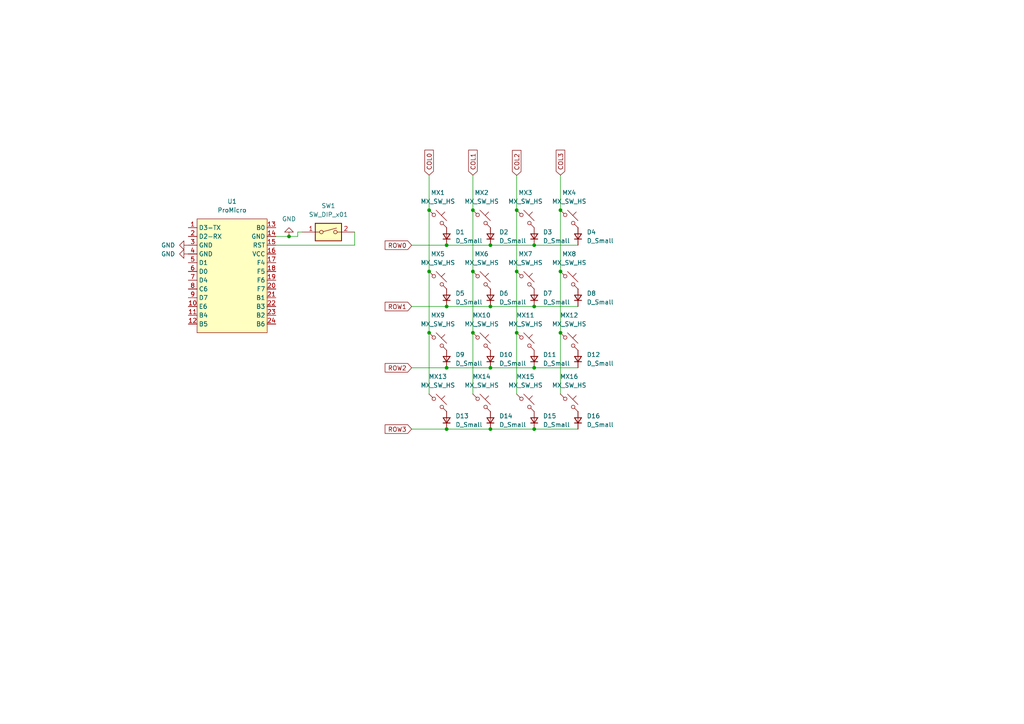
<source format=kicad_sch>
(kicad_sch (version 20230121) (generator eeschema)
  (paper "A4")
  (lib_symbols
    (symbol "Device:D_Small" (pin_numbers hide) (pin_names (offset 0.254) hide)
      (property "Reference" "D" (at -1.27 2.032 0))
      (property "Value" "D_Small" (at -3.81 -2.032 0))
      (symbol "D_Small_0_1"
        (polyline (pts (xy -0.762 -1.016) (xy -0.762 1.016)) (stroke (width 0.254)))
        (polyline (pts (xy -0.762 0) (xy 0.762 0)))
        (polyline (pts (xy 0.762 -1.016) (xy -0.762 0) (xy 0.762 1.016) (xy 0.762 -1.016)) (stroke (width 0.254)))
      )
      (symbol "D_Small_1_1"
        (pin passive line (at -2.54 0 0) (length 1.778) (name "K") (number "1"))
        (pin passive line (at 2.54 0 180) (length 1.778) (name "A") (number "2"))
      )
    )
    (symbol "Switch:SW_DIP_x01" (pin_names (offset 0) hide)
      (property "Reference" "SW" (at 0 3.81 0))
      (property "Value" "SW_DIP_x01" (at 0 -3.81 0))
      (symbol "SW_DIP_x01_0_0"
        (circle (center -2.032 0) (radius 0.508))
        (polyline (pts (xy -1.524 0.127) (xy 2.3622 1.1684)))
        (circle (center 2.032 0) (radius 0.508))
      )
      (symbol "SW_DIP_x01_0_1"
        (rectangle (start -3.81 2.54) (end 3.81 -2.54) (stroke (width 0.254)) (fill (type background)))
      )
      (symbol "SW_DIP_x01_1_1"
        (pin passive line (at -7.62 0 0) (length 5.08) (name "~") (number "1"))
        (pin passive line (at 7.62 0 180) (length 5.08) (name "~") (number "2"))
      )
    )
    (symbol "marbastlib-mx:MX_SW_HS" (pin_numbers hide) (pin_names (offset 1.016) hide)
      (property "Reference" "MX" (at 3.048 1.016 0))
      (property "Value" "MX_SW_HS" (at 0 -3.81 0))
      (symbol "MX_SW_HS_0_1"
        (circle (center -1.1684 1.1684) (radius 0.508))
        (polyline (pts (xy -0.508 2.54) (xy 2.54 -0.508)))
        (polyline (pts (xy 1.016 1.016) (xy 2.032 2.032)))
        (polyline (pts (xy -2.54 2.54) (xy -1.524 1.524) (xy -1.524 1.524)))
        (polyline (pts (xy 1.524 -1.524) (xy 2.54 -2.54) (xy 2.54 -2.54) (xy 2.54 -2.54)))
        (circle (center 1.143 -1.1938) (radius 0.508))
        (pin passive line (at -2.54 2.54 0) (length 0) (name "1") (number "1"))
        (pin passive line (at 2.54 -2.54 180) (length 0) (name "2") (number "2"))
      )
    )
    (symbol "marbastlib-promicroish:Arduino_ProMicro" (in_bom no)
      (property "Reference" "U" (at 0 20.32 0))
      (property "Value" "ProMicro" (at 0 17.78 0))
      (symbol "Arduino_ProMicro_0_0"
        (pin bidirectional line (at -12.7 13.97 0) (length 2.54) (name "D3-TX") (number "1"))
        (pin bidirectional line (at -12.7 -8.89 0) (length 2.54) (name "E6") (number "10"))
        (pin bidirectional line (at -12.7 -11.43 0) (length 2.54) (name "B4") (number "11"))
        (pin bidirectional line (at -12.7 -13.97 0) (length 2.54) (name "B5") (number "12"))
        (pin power_out line (at 12.7 11.43 180) (length 2.54) (name "GND") (number "14"))
        (pin bidirectional line (at 12.7 8.89 180) (length 2.54) (name "RST") (number "15"))
        (pin bidirectional line (at 12.7 3.81 180) (length 2.54) (name "F4") (number "17"))
        (pin bidirectional line (at 12.7 1.27 180) (length 2.54) (name "F5") (number "18"))
        (pin bidirectional line (at 12.7 -1.27 180) (length 2.54) (name "F6") (number "19"))
        (pin bidirectional line (at -12.7 11.43 0) (length 2.54) (name "D2-RX") (number "2"))
        (pin bidirectional line (at 12.7 -3.81 180) (length 2.54) (name "F7") (number "20"))
        (pin bidirectional line (at 12.7 -6.35 180) (length 2.54) (name "B1") (number "21"))
        (pin bidirectional line (at 12.7 -8.89 180) (length 2.54) (name "B3") (number "22"))
        (pin bidirectional line (at 12.7 -11.43 180) (length 2.54) (name "B2") (number "23"))
        (pin bidirectional line (at 12.7 -13.97 180) (length 2.54) (name "B6") (number "24"))
        (pin power_out line (at -12.7 8.89 0) (length 2.54) (name "GND") (number "3"))
        (pin power_out line (at -12.7 6.35 0) (length 2.54) (name "GND") (number "4"))
        (pin bidirectional line (at -12.7 3.81 0) (length 2.54) (name "D1") (number "5"))
        (pin bidirectional line (at -12.7 1.27 0) (length 2.54) (name "D0") (number "6"))
        (pin bidirectional line (at -12.7 -1.27 0) (length 2.54) (name "D4") (number "7"))
        (pin bidirectional line (at -12.7 -3.81 0) (length 2.54) (name "C6") (number "8"))
        (pin bidirectional line (at -12.7 -6.35 0) (length 2.54) (name "D7") (number "9"))
      )
      (symbol "Arduino_ProMicro_1_0"
        (pin bidirectional line (at 12.7 13.97 180) (length 2.54) (name "B0") (number "13"))
        (pin power_out line (at 12.7 6.35 180) (length 2.54) (name "VCC") (number "16"))
      )
      (symbol "Arduino_ProMicro_1_1"
        (rectangle (start -10.16 16.51) (end 10.16 -16.51) (fill (type background)))
      )
    )
    (symbol "power:GND" (power) (pin_names (offset 0))
      (property "Value" "GND" (at 0 -3.81 0))
      (symbol "GND_0_1"
        (polyline (pts (xy 0 0) (xy 0 -1.27) (xy 1.27 -1.27) (xy 0 -2.54) (xy -1.27 -1.27) (xy 0 -1.27)))
      )
      (symbol "GND_1_1"
        (pin power_in line (at 0 0 270) (length 0) hide (name "GND") (number "1"))
      )
    )
  )
  (junction (at 83.82 68.58))
  (junction (at 154.94 124.46))
  (junction (at 142.24 71.12))
  (junction (at 149.86 96.52))
  (junction (at 142.24 88.9))
  (junction (at 129.54 88.9))
  (junction (at 129.54 124.46))
  (junction (at 142.24 106.68))
  (junction (at 149.86 78.74))
  (junction (at 154.94 88.9))
  (junction (at 124.46 78.74))
  (junction (at 162.56 96.52))
  (junction (at 154.94 71.12))
  (junction (at 162.56 60.96))
  (junction (at 154.94 106.68))
  (junction (at 137.16 60.96))
  (junction (at 142.24 124.46))
  (junction (at 124.46 60.96))
  (junction (at 137.16 96.52))
  (junction (at 129.54 71.12))
  (junction (at 149.86 60.96))
  (junction (at 129.54 106.68))
  (junction (at 137.16 78.74))
  (junction (at 162.56 78.74))
  (junction (at 124.46 96.52))
  (wire (pts (xy 86.36 68.58) (xy 83.82 68.58)))
  (wire (pts (xy 142.24 124.46) (xy 154.94 124.46)))
  (wire (pts (xy 129.54 71.12) (xy 142.24 71.12)))
  (wire (pts (xy 102.87 67.31) (xy 102.87 71.12)))
  (wire (pts (xy 149.86 78.74) (xy 149.86 96.52)))
  (wire (pts (xy 119.38 71.12) (xy 129.54 71.12)))
  (wire (pts (xy 142.24 88.9) (xy 154.94 88.9)))
  (wire (pts (xy 137.16 50.8) (xy 137.16 60.96)))
  (wire (pts (xy 83.82 68.58) (xy 80.01 68.58)))
  (wire (pts (xy 129.54 88.9) (xy 142.24 88.9)))
  (wire (pts (xy 154.94 88.9) (xy 167.64 88.9)))
  (wire (pts (xy 162.56 50.8) (xy 162.56 60.96)))
  (wire (pts (xy 154.94 124.46) (xy 167.64 124.46)))
  (wire (pts (xy 149.86 96.52) (xy 149.86 114.3)))
  (wire (pts (xy 142.24 71.12) (xy 154.94 71.12)))
  (wire (pts (xy 124.46 60.96) (xy 124.46 78.74)))
  (wire (pts (xy 102.87 71.12) (xy 80.01 71.12)))
  (wire (pts (xy 86.36 67.31) (xy 87.63 67.31)))
  (wire (pts (xy 149.86 60.96) (xy 149.86 78.74)))
  (wire (pts (xy 119.38 88.9) (xy 129.54 88.9)))
  (wire (pts (xy 154.94 106.68) (xy 167.64 106.68)))
  (wire (pts (xy 137.16 60.96) (xy 137.16 78.74)))
  (wire (pts (xy 124.46 96.52) (xy 124.46 114.3)))
  (wire (pts (xy 154.94 71.12) (xy 167.64 71.12)))
  (wire (pts (xy 86.36 67.31) (xy 86.36 68.58)))
  (wire (pts (xy 119.38 106.68) (xy 129.54 106.68)))
  (wire (pts (xy 129.54 124.46) (xy 142.24 124.46)))
  (wire (pts (xy 124.46 50.8) (xy 124.46 60.96)))
  (wire (pts (xy 137.16 96.52) (xy 137.16 114.3)))
  (wire (pts (xy 129.54 106.68) (xy 142.24 106.68)))
  (wire (pts (xy 137.16 78.74) (xy 137.16 96.52)))
  (wire (pts (xy 162.56 78.74) (xy 162.56 96.52)))
  (wire (pts (xy 162.56 96.52) (xy 162.56 114.3)))
  (wire (pts (xy 142.24 106.68) (xy 154.94 106.68)))
  (wire (pts (xy 119.38 124.46) (xy 129.54 124.46)))
  (wire (pts (xy 162.56 60.96) (xy 162.56 78.74)))
  (wire (pts (xy 124.46 78.74) (xy 124.46 96.52)))
  (wire (pts (xy 149.86 50.8) (xy 149.86 60.96)))
  (global_label "ROW0" (shape input) (at 119.38 71.12 180) (property "Intersheetrefs" "${INTERSHEET_REFS}" (effects hide)))
  (global_label "ROW2" (shape input) (at 119.38 106.68 180) (property "Intersheetrefs" "${INTERSHEET_REFS}" (effects hide)))
  (global_label "COL1" (shape input) (at 137.16 50.8 90) (property "Intersheetrefs" "${INTERSHEET_REFS}" (effects hide)))
  (global_label "ROW3" (shape input) (at 119.38 124.46 180) (property "Intersheetrefs" "${INTERSHEET_REFS}" (effects hide)))
  (global_label "COL2" (shape input) (at 149.86 50.8793 90) (property "Intersheetrefs" "${INTERSHEET_REFS}" (effects hide)))
  (global_label "COL0" (shape input) (at 124.46 50.8 90) (property "Intersheetrefs" "${INTERSHEET_REFS}" (effects hide)))
  (global_label "ROW1" (shape input) (at 119.38 88.9 180) (property "Intersheetrefs" "${INTERSHEET_REFS}" (effects hide)))
  (global_label "COL3" (shape input) (at 162.56 50.8 90) (property "Intersheetrefs" "${INTERSHEET_REFS}" (effects hide)))
  (symbol (lib_id "marbastlib-mx:MX_SW_HS") (at 139.7 63.5 0) (unit 1)
    (property "Reference" "MX2" (at 139.7 55.88 0))
    (property "Value" "MX_SW_HS" (at 139.7 58.42 0))
    (property "Footprint" "marbastlib-mx:SW_MX_HS_1u" (effects hide))
  )
  (symbol (lib_id "marbastlib-mx:MX_SW_HS") (at 127 81.28 0) (unit 1)
    (property "Reference" "MX5" (at 127 73.66 0))
    (property "Value" "MX_SW_HS" (at 127 76.2 0))
    (property "Footprint" "marbastlib-mx:SW_MX_HS_1u" (effects hide))
  )
  (symbol (lib_id "Device:D_Small") (at 167.64 104.14 90) (unit 1)
    (property "Reference" "D12" (at 170.18 102.87 90) (effects (justify right)))
    (property "Value" "D_Small" (at 170.18 105.41 90) (effects (justify right)))
    (property "Footprint" "Diode_SMD:D_SOD-123" (effects hide))
    (property "Sim.Device" "D" (effects hide))
    (property "Sim.Pins" "1=K 2=A" (effects hide))
  )
  (symbol (lib_id "marbastlib-mx:MX_SW_HS") (at 165.1 99.06 0) (unit 1)
    (property "Reference" "MX12" (at 165.1 91.44 0))
    (property "Value" "MX_SW_HS" (at 165.1 93.98 0))
    (property "Footprint" "marbastlib-mx:SW_MX_HS_1u" (effects hide))
  )
  (symbol (lib_id "Device:D_Small") (at 154.94 86.36 90) (unit 1)
    (property "Reference" "D7" (at 157.48 85.09 90) (effects (justify right)))
    (property "Value" "D_Small" (at 157.48 87.63 90) (effects (justify right)))
    (property "Footprint" "Diode_SMD:D_SOD-123" (effects hide))
    (property "Sim.Device" "D" (effects hide))
    (property "Sim.Pins" "1=K 2=A" (effects hide))
  )
  (symbol (lib_id "marbastlib-mx:MX_SW_HS") (at 152.4 99.06 0) (unit 1)
    (property "Reference" "MX11" (at 152.4 91.44 0))
    (property "Value" "MX_SW_HS" (at 152.4 93.98 0))
    (property "Footprint" "marbastlib-mx:SW_MX_HS_1u" (effects hide))
  )
  (symbol (lib_id "Device:D_Small") (at 129.54 68.58 90) (unit 1)
    (property "Reference" "D1" (at 132.08 67.31 90) (effects (justify right)))
    (property "Value" "D_Small" (at 132.08 69.85 90) (effects (justify right)))
    (property "Footprint" "Diode_SMD:D_SOD-123" (effects hide))
    (property "Sim.Device" "D" (effects hide))
    (property "Sim.Pins" "1=K 2=A" (effects hide))
  )
  (symbol (lib_id "Device:D_Small") (at 154.94 68.58 90) (unit 1)
    (property "Reference" "D3" (at 157.48 67.31 90) (effects (justify right)))
    (property "Value" "D_Small" (at 157.48 69.85 90) (effects (justify right)))
    (property "Footprint" "Diode_SMD:D_SOD-123" (effects hide))
    (property "Sim.Device" "D" (effects hide))
    (property "Sim.Pins" "1=K 2=A" (effects hide))
  )
  (symbol (lib_id "marbastlib-mx:MX_SW_HS") (at 127 63.5 0) (unit 1)
    (property "Reference" "MX1" (at 127 55.88 0))
    (property "Value" "MX_SW_HS" (at 127 58.42 0))
    (property "Footprint" "marbastlib-mx:SW_MX_HS_1u" (effects hide))
  )
  (symbol (lib_id "marbastlib-mx:MX_SW_HS") (at 139.7 99.06 0) (unit 1)
    (property "Reference" "MX10" (at 139.7 91.44 0))
    (property "Value" "MX_SW_HS" (at 139.7 93.98 0))
    (property "Footprint" "marbastlib-mx:SW_MX_HS_1u" (effects hide))
  )
  (symbol (lib_id "power:GND") (at 54.61 71.12 270) (unit 1)
    (property "Reference" "#PWR01" (effects hide))
    (property "Value" "GND" (at 50.8 71.12 90) (effects (justify right)))
  )
  (symbol (lib_id "marbastlib-mx:MX_SW_HS") (at 152.4 116.84 0) (unit 1)
    (property "Reference" "MX15" (at 152.4 109.22 0))
    (property "Value" "MX_SW_HS" (at 152.4 111.76 0))
    (property "Footprint" "marbastlib-mx:SW_MX_HS_1u" (effects hide))
  )
  (symbol (lib_id "Device:D_Small") (at 154.94 104.14 90) (unit 1)
    (property "Reference" "D11" (at 157.48 102.87 90) (effects (justify right)))
    (property "Value" "D_Small" (at 157.48 105.41 90) (effects (justify right)))
    (property "Footprint" "Diode_SMD:D_SOD-123" (effects hide))
    (property "Sim.Device" "D" (effects hide))
    (property "Sim.Pins" "1=K 2=A" (effects hide))
  )
  (symbol (lib_id "Device:D_Small") (at 129.54 121.92 90) (unit 1)
    (property "Reference" "D13" (at 132.08 120.65 90) (effects (justify right)))
    (property "Value" "D_Small" (at 132.08 123.19 90) (effects (justify right)))
    (property "Footprint" "Diode_SMD:D_SOD-123" (effects hide))
    (property "Sim.Device" "D" (effects hide))
    (property "Sim.Pins" "1=K 2=A" (effects hide))
  )
  (symbol (lib_id "Device:D_Small") (at 142.24 86.36 90) (unit 1)
    (property "Reference" "D6" (at 144.78 85.09 90) (effects (justify right)))
    (property "Value" "D_Small" (at 144.78 87.63 90) (effects (justify right)))
    (property "Footprint" "Diode_SMD:D_SOD-123" (effects hide))
    (property "Sim.Device" "D" (effects hide))
    (property "Sim.Pins" "1=K 2=A" (effects hide))
  )
  (symbol (lib_id "power:GND") (at 83.82 68.58 180) (unit 1)
    (property "Reference" "#PWR02" (effects hide))
    (property "Value" "GND" (at 83.82 63.5 0))
  )
  (symbol (lib_id "marbastlib-mx:MX_SW_HS") (at 127 99.06 0) (unit 1)
    (property "Reference" "MX9" (at 127 91.44 0))
    (property "Value" "MX_SW_HS" (at 127 93.98 0))
    (property "Footprint" "marbastlib-mx:SW_MX_HS_1u" (effects hide))
  )
  (symbol (lib_id "Device:D_Small") (at 142.24 121.92 90) (unit 1)
    (property "Reference" "D14" (at 144.78 120.65 90) (effects (justify right)))
    (property "Value" "D_Small" (at 144.78 123.19 90) (effects (justify right)))
    (property "Footprint" "Diode_SMD:D_SOD-123" (effects hide))
    (property "Sim.Device" "D" (effects hide))
    (property "Sim.Pins" "1=K 2=A" (effects hide))
  )
  (symbol (lib_id "marbastlib-promicroish:Arduino_ProMicro") (at 67.31 80.01 0) (unit 1) (in_bom no)
    (property "Reference" "U1" (at 67.31 58.42 0))
    (property "Value" "ProMicro" (at 67.31 60.96 0))
    (property "Footprint" "marbastlib-xp-promicroish:ProMicro_USBup" (effects hide))
  )
  (symbol (lib_id "Device:D_Small") (at 167.64 121.92 90) (unit 1)
    (property "Reference" "D16" (at 170.18 120.65 90) (effects (justify right)))
    (property "Value" "D_Small" (at 170.18 123.19 90) (effects (justify right)))
    (property "Footprint" "Diode_SMD:D_SOD-123" (effects hide))
    (property "Sim.Device" "D" (effects hide))
    (property "Sim.Pins" "1=K 2=A" (effects hide))
  )
  (symbol (lib_id "power:GND") (at 54.61 73.66 270) (unit 1)
    (property "Reference" "#PWR03" (effects hide))
    (property "Value" "GND" (at 50.8 73.66 90) (effects (justify right)))
  )
  (symbol (lib_id "Device:D_Small") (at 142.24 104.14 90) (unit 1)
    (property "Reference" "D10" (at 144.78 102.87 90) (effects (justify right)))
    (property "Value" "D_Small" (at 144.78 105.41 90) (effects (justify right)))
    (property "Footprint" "Diode_SMD:D_SOD-123" (effects hide))
    (property "Sim.Device" "D" (effects hide))
    (property "Sim.Pins" "1=K 2=A" (effects hide))
  )
  (symbol (lib_id "Device:D_Small") (at 167.64 86.36 90) (unit 1)
    (property "Reference" "D8" (at 170.18 85.09 90) (effects (justify right)))
    (property "Value" "D_Small" (at 170.18 87.63 90) (effects (justify right)))
    (property "Footprint" "Diode_SMD:D_SOD-123" (effects hide))
    (property "Sim.Device" "D" (effects hide))
    (property "Sim.Pins" "1=K 2=A" (effects hide))
  )
  (symbol (lib_id "Device:D_Small") (at 129.54 104.14 90) (unit 1)
    (property "Reference" "D9" (at 132.08 102.87 90) (effects (justify right)))
    (property "Value" "D_Small" (at 132.08 105.41 90) (effects (justify right)))
    (property "Footprint" "Diode_SMD:D_SOD-123" (effects hide))
    (property "Sim.Device" "D" (effects hide))
    (property "Sim.Pins" "1=K 2=A" (effects hide))
  )
  (symbol (lib_id "Device:D_Small") (at 129.54 86.36 90) (unit 1)
    (property "Reference" "D5" (at 132.08 85.09 90) (effects (justify right)))
    (property "Value" "D_Small" (at 132.08 87.63 90) (effects (justify right)))
    (property "Footprint" "Diode_SMD:D_SOD-123" (effects hide))
    (property "Sim.Device" "D" (effects hide))
    (property "Sim.Pins" "1=K 2=A" (effects hide))
  )
  (symbol (lib_id "marbastlib-mx:MX_SW_HS") (at 152.4 63.5 0) (unit 1)
    (property "Reference" "MX3" (at 152.4 55.88 0))
    (property "Value" "MX_SW_HS" (at 152.4 58.42 0))
    (property "Footprint" "marbastlib-mx:SW_MX_HS_1u" (effects hide))
  )
  (symbol (lib_id "Device:D_Small") (at 154.94 121.92 90) (unit 1)
    (property "Reference" "D15" (at 157.48 120.65 90) (effects (justify right)))
    (property "Value" "D_Small" (at 157.48 123.19 90) (effects (justify right)))
    (property "Footprint" "Diode_SMD:D_SOD-123" (effects hide))
    (property "Sim.Device" "D" (effects hide))
    (property "Sim.Pins" "1=K 2=A" (effects hide))
  )
  (symbol (lib_id "marbastlib-mx:MX_SW_HS") (at 152.4 81.28 0) (unit 1)
    (property "Reference" "MX7" (at 152.4 73.66 0))
    (property "Value" "MX_SW_HS" (at 152.4 76.2 0))
    (property "Footprint" "marbastlib-mx:SW_MX_HS_1u" (effects hide))
  )
  (symbol (lib_id "Switch:SW_DIP_x01") (at 95.25 67.31 0) (unit 1)
    (property "Reference" "SW1" (at 95.25 59.69 0))
    (property "Value" "SW_DIP_x01" (at 95.25 62.23 0))
    (property "Footprint" "Switches:TACTILE_SWITCH_SMD_6.0X3.5MM" (effects hide))
  )
  (symbol (lib_id "marbastlib-mx:MX_SW_HS") (at 139.7 81.28 0) (unit 1)
    (property "Reference" "MX6" (at 139.7 73.66 0))
    (property "Value" "MX_SW_HS" (at 139.7 76.2 0))
    (property "Footprint" "marbastlib-mx:SW_MX_HS_1u" (effects hide))
  )
  (symbol (lib_id "Device:D_Small") (at 142.24 68.58 90) (unit 1)
    (property "Reference" "D2" (at 144.78 67.31 90) (effects (justify right)))
    (property "Value" "D_Small" (at 144.78 69.85 90) (effects (justify right)))
    (property "Footprint" "Diode_SMD:D_SOD-123" (effects hide))
    (property "Sim.Device" "D" (effects hide))
    (property "Sim.Pins" "1=K 2=A" (effects hide))
  )
  (symbol (lib_id "marbastlib-mx:MX_SW_HS") (at 165.1 81.28 0) (unit 1)
    (property "Reference" "MX8" (at 165.1 73.66 0))
    (property "Value" "MX_SW_HS" (at 165.1 76.2 0))
    (property "Footprint" "marbastlib-mx:SW_MX_HS_1u" (effects hide))
  )
  (symbol (lib_id "marbastlib-mx:MX_SW_HS") (at 127 116.84 0) (unit 1)
    (property "Reference" "MX13" (at 127 109.22 0))
    (property "Value" "MX_SW_HS" (at 127 111.76 0))
    (property "Footprint" "marbastlib-mx:SW_MX_HS_1u" (effects hide))
  )
  (symbol (lib_id "marbastlib-mx:MX_SW_HS") (at 165.1 116.84 0) (unit 1)
    (property "Reference" "MX16" (at 165.1 109.22 0))
    (property "Value" "MX_SW_HS" (at 165.1 111.76 0))
    (property "Footprint" "marbastlib-mx:SW_MX_HS_1u" (effects hide))
  )
  (symbol (lib_id "Device:D_Small") (at 167.64 68.58 90) (unit 1)
    (property "Reference" "D4" (at 170.18 67.31 90) (effects (justify right)))
    (property "Value" "D_Small" (at 170.18 69.85 90) (effects (justify right)))
    (property "Footprint" "Diode_SMD:D_SOD-123" (effects hide))
    (property "Sim.Device" "D" (effects hide))
    (property "Sim.Pins" "1=K 2=A" (effects hide))
  )
  (symbol (lib_id "marbastlib-mx:MX_SW_HS") (at 139.7 116.84 0) (unit 1)
    (property "Reference" "MX14" (at 139.7 109.22 0))
    (property "Value" "MX_SW_HS" (at 139.7 111.76 0))
    (property "Footprint" "marbastlib-mx:SW_MX_HS_1u" (effects hide))
  )
  (symbol (lib_id "marbastlib-mx:MX_SW_HS") (at 165.1 63.5 0) (unit 1)
    (property "Reference" "MX4" (at 165.1 55.88 0))
    (property "Value" "MX_SW_HS" (at 165.1 58.42 0))
    (property "Footprint" "marbastlib-mx:SW_MX_HS_1u" (effects hide))
  )
)
</source>
